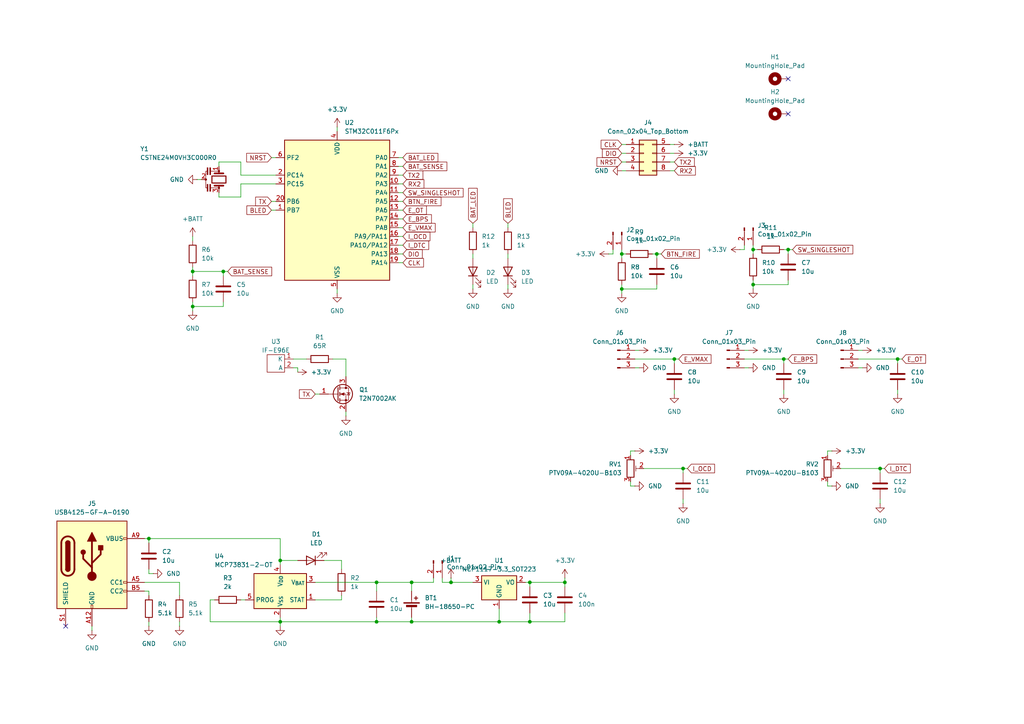
<source format=kicad_sch>
(kicad_sch (version 20250114) (generator "eeschema") (generator_version "9.0")
  (paper "A4")
  (lib_symbols
    (symbol "Battery_Management:MCP73831-2-OT"
      (property "Reference" "U" (at -7.62 6.35 0))
      (property "Value" "MCP73831-2-OT" (at 1.27 6.35 0))
      (symbol "MCP73831-2-OT_1_1"
        (pin input line (at -10.16 -2.54 0) (length 2.54) (name "PROG") (number "5"))
        (pin power_in line (at 0 7.62 270) (length 2.54) (name "V_{DD}") (number "4"))
        (pin power_in line (at 0 -7.62 90) (length 2.54) (name "V_{SS}") (number "2"))
        (pin power_out line (at 10.16 2.54 180) (length 2.54) (name "V_{BAT}") (number "3"))
        (pin tri_state line (at 10.16 -2.54 180) (length 2.54) (name "STAT") (number "1"))
      )
    )
    (symbol "Connector:Conn_01x02_Pin" (pin_names (offset 1.016) (hide yes))
      (property "Reference" "J" (at 0 2.54 0))
      (property "Value" "Conn_01x02_Pin" (at 0 -5.08 0))
      (symbol "Conn_01x02_Pin_1_1"
        (pin passive line (at 5.08 0 180) (length 3.81) (name "Pin_1") (number "1"))
        (pin passive line (at 5.08 -2.54 180) (length 3.81) (name "Pin_2") (number "2"))
      )
    )
    (symbol "Connector:Conn_01x03_Pin" (pin_names (offset 1.016) (hide yes))
      (property "Reference" "J" (at 0 5.08 0))
      (property "Value" "Conn_01x03_Pin" (at 0 -5.08 0))
      (symbol "Conn_01x03_Pin_1_1"
        (pin passive line (at 5.08 2.54 180) (length 3.81) (name "Pin_1") (number "1"))
        (pin passive line (at 5.08 0 180) (length 3.81) (name "Pin_2") (number "2"))
        (pin passive line (at 5.08 -2.54 180) (length 3.81) (name "Pin_3") (number "3"))
      )
    )
    (symbol "Connector:USB_C_Receptacle_PowerOnly_6P" (pin_names (offset 1.016))
      (property "Reference" "J" (at 0 16.51 0))
      (property "Value" "USB_C_Receptacle_PowerOnly_6P" (at 0 13.97 0))
      (symbol "USB_C_Receptacle_PowerOnly_6P_1_1"
        (pin passive line (at -7.62 -17.78 90) (length 5.08) (name "SHIELD") (number "S1"))
        (pin passive line (at 0 -17.78 90) (length 5.08) (name "GND") (number "A12"))
        (pin passive line (at 0 -17.78 90) (length 5.08) (hide yes) (name "GND") (number "B12"))
        (pin passive line (at 15.24 7.62 180) (length 5.08) (name "VBUS") (number "A9"))
        (pin passive line (at 15.24 7.62 180) (length 5.08) (hide yes) (name "VBUS") (number "B9"))
        (pin bidirectional line (at 15.24 -5.08 180) (length 5.08) (name "CC1") (number "A5"))
        (pin bidirectional line (at 15.24 -7.62 180) (length 5.08) (name "CC2") (number "B5"))
      )
    )
    (symbol "Connector_Generic:Conn_02x04_Top_Bottom" (pin_names (offset 1.016) (hide yes))
      (property "Reference" "J" (at 1.27 5.08 0))
      (property "Value" "Conn_02x04_Top_Bottom" (at 1.27 -7.62 0))
      (symbol "Conn_02x04_Top_Bottom_1_1"
        (pin passive line (at -5.08 2.54 0) (length 3.81) (name "Pin_1") (number "1"))
        (pin passive line (at -5.08 0 0) (length 3.81) (name "Pin_2") (number "2"))
        (pin passive line (at -5.08 -2.54 0) (length 3.81) (name "Pin_3") (number "3"))
        (pin passive line (at -5.08 -5.08 0) (length 3.81) (name "Pin_4") (number "4"))
        (pin passive line (at 7.62 2.54 180) (length 3.81) (name "Pin_5") (number "5"))
        (pin passive line (at 7.62 0 180) (length 3.81) (name "Pin_6") (number "6"))
        (pin passive line (at 7.62 -2.54 180) (length 3.81) (name "Pin_7") (number "7"))
        (pin passive line (at 7.62 -5.08 180) (length 3.81) (name "Pin_8") (number "8"))
      )
    )
    (symbol "Device:Battery_Cell" (pin_numbers (hide yes)) (pin_names (offset 0) (hide yes))
      (property "Reference" "BT" (at 2.54 2.54 0))
      (property "Value" "Battery_Cell" (at 2.54 0 0))
      (symbol "Battery_Cell_1_1"
        (pin passive line (at 0 5.08 270) (length 2.54) (name "+") (number "1"))
        (pin passive line (at 0 -2.54 90) (length 2.54) (name "-") (number "2"))
      )
    )
    (symbol "Device:C" (pin_numbers (hide yes)) (pin_names (offset 0.254))
      (property "Reference" "C" (at 0.635 2.54 0))
      (property "Value" "C" (at 0.635 -2.54 0))
      (symbol "C_1_1"
        (pin passive line (at 0 3.81 270) (length 2.794) (name "~") (number "1"))
        (pin passive line (at 0 -3.81 90) (length 2.794) (name "~") (number "2"))
      )
    )
    (symbol "Device:LED" (pin_numbers (hide yes)) (pin_names (offset 1.016) (hide yes))
      (property "Reference" "D" (at 0 2.54 0))
      (property "Value" "LED" (at 0 -2.54 0))
      (symbol "LED_1_1"
        (pin passive line (at -3.81 0 0) (length 2.54) (name "K") (number "1"))
        (pin passive line (at 3.81 0 180) (length 2.54) (name "A") (number "2"))
      )
    )
    (symbol "Device:R" (pin_numbers (hide yes)) (pin_names (offset 0))
      (property "Reference" "R" (at 2.032 0 90))
      (property "Value" "R" (at 0 0 90))
      (symbol "R_1_1"
        (pin passive line (at 0 3.81 270) (length 1.27) (name "~") (number "1"))
        (pin passive line (at 0 -3.81 90) (length 1.27) (name "~") (number "2"))
      )
    )
    (symbol "Device:R_Potentiometer_Trim" (pin_names (offset 1.016) (hide yes))
      (property "Reference" "RV" (at -4.445 0 90))
      (property "Value" "R_Potentiometer_Trim" (at -2.54 0 90))
      (symbol "R_Potentiometer_Trim_1_1"
        (pin passive line (at 0 3.81 270) (length 1.27) (name "1") (number "1"))
        (pin passive line (at 0 -3.81 90) (length 1.27) (name "3") (number "3"))
        (pin passive line (at 3.81 0 180) (length 1.27) (name "2") (number "2"))
      )
    )
    (symbol "Device:Resonator" (pin_names (offset 1.016) (hide yes))
      (property "Reference" "Y" (at 0 5.715 0))
      (property "Value" "Resonator" (at 0 3.81 0))
      (symbol "Resonator_1_1"
        (pin passive line (at -3.81 0 0) (length 1.27) (name "1") (number "1"))
        (pin passive line (at 0 -5.08 90) (length 1.27) (name "2") (number "2"))
        (pin passive line (at 3.81 0 180) (length 1.27) (name "3") (number "3"))
      )
    )
    (symbol "MCU_ST_STM32C0:STM32C011F6Px"
      (property "Reference" "U" (at -15.24 21.59 0))
      (property "Value" "STM32C011F6Px" (at 2.54 21.59 0))
      (symbol "STM32C011F6Px_1_1"
        (pin bidirectional line (at -17.78 15.24 0) (length 2.54) (name "PF2") (number "6"))
        (pin bidirectional line (at -17.78 10.16 0) (length 2.54) (name "PC14") (number "2"))
        (pin bidirectional line (at -17.78 7.62 0) (length 2.54) (name "PC15") (number "3"))
        (pin bidirectional line (at -17.78 2.54 0) (length 2.54) (name "PB6") (number "20"))
        (pin bidirectional line (at -17.78 0 0) (length 2.54) (name "PB7") (number "1"))
        (pin power_in line (at 0 22.86 270) (length 2.54) (name "VDD") (number "4"))
        (pin power_in line (at 0 -22.86 90) (length 2.54) (name "VSS") (number "5"))
        (pin bidirectional line (at 17.78 15.24 180) (length 2.54) (name "PA0") (number "7"))
        (pin bidirectional line (at 17.78 12.7 180) (length 2.54) (name "PA1") (number "8"))
        (pin bidirectional line (at 17.78 10.16 180) (length 2.54) (name "PA2") (number "9"))
        (pin bidirectional line (at 17.78 7.62 180) (length 2.54) (name "PA3") (number "10"))
        (pin bidirectional line (at 17.78 5.08 180) (length 2.54) (name "PA4") (number "11"))
        (pin bidirectional line (at 17.78 2.54 180) (length 2.54) (name "PA5") (number "12"))
        (pin bidirectional line (at 17.78 0 180) (length 2.54) (name "PA6") (number "13"))
        (pin bidirectional line (at 17.78 -2.54 180) (length 2.54) (name "PA7") (number "14"))
        (pin bidirectional line (at 17.78 -5.08 180) (length 2.54) (name "PA8") (number "15"))
        (pin bidirectional line (at 17.78 -7.62 180) (length 2.54) (name "PA9/PA11") (number "16"))
        (pin bidirectional line (at 17.78 -10.16 180) (length 2.54) (name "PA10/PA12") (number "17"))
        (pin bidirectional line (at 17.78 -12.7 180) (length 2.54) (name "PA13") (number "18"))
        (pin bidirectional line (at 17.78 -15.24 180) (length 2.54) (name "PA14") (number "19"))
      )
    )
    (symbol "Mechanical:MountingHole_Pad" (pin_numbers (hide yes)) (pin_names (offset 1.016) (hide yes)) (exclude_from_sim yes) (in_bom no)
      (property "Reference" "H" (at 0 6.35 0))
      (property "Value" "MountingHole_Pad" (at 0 4.445 0))
      (symbol "MountingHole_Pad_1_1"
        (pin input line (at 0 -2.54 90) (length 2.54) (name "1") (number "1"))
      )
    )
    (symbol "New_Library:IF-E96E"
      (property "Reference" "U" (at -1.524 2.032 0))
      (symbol "IF-E96E_1_1"
        (pin input line (at 2.54 0 180) (length 2.54) (name "K") (number "1"))
        (pin input line (at 2.54 -2.54 180) (length 2.54) (name "A") (number "2"))
      )
    )
    (symbol "Regulator_Linear:NCP1117-3.3_SOT223"
      (property "Reference" "U" (at -3.81 3.175 0))
      (property "Value" "NCP1117-3.3_SOT223" (at 0 3.175 0))
      (symbol "NCP1117-3.3_SOT223_1_1"
        (pin power_in line (at -7.62 0 0) (length 2.54) (name "VI") (number "3"))
        (pin power_in line (at 0 -7.62 90) (length 2.54) (name "GND") (number "1"))
        (pin power_out line (at 7.62 0 180) (length 2.54) (name "VO") (number "2"))
      )
    )
    (symbol "Transistor_FET:T2N7002AK" (pin_names (hide yes))
      (property "Reference" "Q" (at 5.08 1.905 0))
      (property "Value" "T2N7002AK" (at 5.08 0 0))
      (symbol "T2N7002AK_1_1"
        (pin input line (at -5.08 0 0) (length 2.54) (name "G") (number "1"))
        (pin passive line (at 2.54 5.08 270) (length 2.54) (name "D") (number "3"))
        (pin passive line (at 2.54 -5.08 90) (length 2.54) (name "S") (number "2"))
      )
    )
    (symbol "power:+3.3V" (power) (pin_numbers (hide yes)) (pin_names (offset 0) (hide yes))
      (property "Value" "+3.3V" (at 0 3.556 0))
      (symbol "+3.3V_1_1"
        (pin power_in line (at 0 0 90) (length 0) (name "~") (number "1"))
      )
    )
    (symbol "power:+BATT" (power) (pin_numbers (hide yes)) (pin_names (offset 0) (hide yes))
      (property "Value" "+BATT" (at 0 3.556 0))
      (symbol "+BATT_1_1"
        (pin power_in line (at 0 0 90) (length 0) (name "~") (number "1"))
      )
    )
    (symbol "power:GND" (power) (pin_numbers (hide yes)) (pin_names (offset 0) (hide yes))
      (property "Value" "GND" (at 0 -3.81 0))
      (symbol "GND_1_1"
        (pin power_in line (at 0 0 270) (length 0) (name "~") (number "1"))
      )
    )
  )
  (junction (at 130.81 168.91))
  (junction (at 64.77 78.74))
  (junction (at 119.38 168.91))
  (junction (at 228.6 72.39))
  (junction (at 218.44 72.39))
  (junction (at 81.28 162.56))
  (junction (at 153.67 180.34))
  (junction (at 190.5 73.66))
  (junction (at 218.44 82.55))
  (junction (at 195.58 104.14))
  (junction (at 81.28 180.34))
  (junction (at 163.83 168.91))
  (junction (at 227.33 104.14))
  (junction (at 55.88 78.74))
  (junction (at 109.22 180.34))
  (junction (at 109.22 168.91))
  (junction (at 198.12 135.89))
  (junction (at 153.67 168.91))
  (junction (at 119.38 180.34))
  (junction (at 43.18 156.21))
  (junction (at 260.35 104.14))
  (junction (at 255.27 135.89))
  (junction (at 180.34 73.66))
  (junction (at 144.78 180.34))
  (junction (at 180.34 83.82))
  (junction (at 55.88 88.9))
  (no_connect (at 228.6 33.02))
  (no_connect (at 228.6 22.86))
  (no_connect (at 19.05 181.61))
  (wire (pts (xy 227.33 72.39) (xy 228.6 72.39)))
  (wire (pts (xy 260.35 104.14) (xy 260.35 105.41)))
  (wire (pts (xy 260.35 104.14) (xy 261.62 104.14)))
  (wire (pts (xy 215.9 106.68) (xy 217.17 106.68)))
  (wire (pts (xy 55.88 78.74) (xy 55.88 77.47)))
  (wire (pts (xy 43.18 180.34) (xy 43.18 181.61)))
  (wire (pts (xy 184.15 106.68) (xy 185.42 106.68)))
  (wire (pts (xy 119.38 180.34) (xy 109.22 180.34)))
  (wire (pts (xy 69.85 46.99) (xy 69.85 50.8)))
  (wire (pts (xy 180.34 83.82) (xy 190.5 83.82)))
  (wire (pts (xy 248.92 106.68) (xy 250.19 106.68)))
  (wire (pts (xy 69.85 50.8) (xy 80.01 50.8)))
  (wire (pts (xy 228.6 82.55) (xy 228.6 81.28)))
  (wire (pts (xy 109.22 179.07) (xy 109.22 180.34)))
  (wire (pts (xy 182.88 130.81) (xy 184.15 130.81)))
  (wire (pts (xy 243.84 135.89) (xy 255.27 135.89)))
  (wire (pts (xy 214.63 72.39) (xy 215.9 72.39)))
  (wire (pts (xy 119.38 168.91) (xy 125.73 168.91)))
  (wire (pts (xy 190.5 73.66) (xy 191.77 73.66)))
  (wire (pts (xy 109.22 180.34) (xy 81.28 180.34)))
  (wire (pts (xy 255.27 144.78) (xy 255.27 146.05)))
  (wire (pts (xy 115.57 71.12) (xy 116.84 71.12)))
  (wire (pts (xy 60.96 180.34) (xy 81.28 180.34)))
  (wire (pts (xy 96.52 104.14) (xy 100.33 104.14)))
  (wire (pts (xy 43.18 156.21) (xy 81.28 156.21)))
  (wire (pts (xy 137.16 73.66) (xy 137.16 74.93)))
  (wire (pts (xy 69.85 53.34) (xy 80.01 53.34)))
  (wire (pts (xy 109.22 168.91) (xy 109.22 171.45)))
  (wire (pts (xy 147.32 82.55) (xy 147.32 83.82)))
  (wire (pts (xy 78.74 45.72) (xy 80.01 45.72)))
  (wire (pts (xy 153.67 170.18) (xy 153.67 168.91)))
  (wire (pts (xy 115.57 76.2) (xy 116.84 76.2)))
  (wire (pts (xy 100.33 104.14) (xy 100.33 109.22)))
  (wire (pts (xy 52.07 168.91) (xy 52.07 172.72)))
  (wire (pts (xy 163.83 167.64) (xy 163.83 168.91)))
  (wire (pts (xy 218.44 81.28) (xy 218.44 82.55)))
  (wire (pts (xy 240.03 130.81) (xy 241.3 130.81)))
  (wire (pts (xy 43.18 171.45) (xy 43.18 172.72)))
  (wire (pts (xy 198.12 135.89) (xy 199.39 135.89)))
  (wire (pts (xy 147.32 64.77) (xy 147.32 66.04)))
  (wire (pts (xy 91.44 173.99) (xy 99.06 173.99)))
  (wire (pts (xy 55.88 88.9) (xy 64.77 88.9)))
  (wire (pts (xy 144.78 176.53) (xy 144.78 180.34)))
  (wire (pts (xy 119.38 179.07) (xy 119.38 180.34)))
  (wire (pts (xy 130.81 168.91) (xy 137.16 168.91)))
  (wire (pts (xy 184.15 104.14) (xy 195.58 104.14)))
  (wire (pts (xy 81.28 162.56) (xy 81.28 163.83)))
  (wire (pts (xy 194.31 46.99) (xy 195.58 46.99)))
  (wire (pts (xy 218.44 71.12) (xy 218.44 72.39)))
  (wire (pts (xy 228.6 72.39) (xy 229.87 72.39)))
  (wire (pts (xy 128.27 167.64) (xy 128.27 168.91)))
  (wire (pts (xy 97.79 83.82) (xy 97.79 85.09)))
  (wire (pts (xy 182.88 130.81) (xy 182.88 132.08)))
  (wire (pts (xy 260.35 113.03) (xy 260.35 114.3)))
  (wire (pts (xy 69.85 53.34) (xy 69.85 57.15)))
  (wire (pts (xy 228.6 72.39) (xy 228.6 73.66)))
  (wire (pts (xy 137.16 82.55) (xy 137.16 83.82)))
  (wire (pts (xy 115.57 53.34) (xy 116.84 53.34)))
  (wire (pts (xy 180.34 73.66) (xy 181.61 73.66)))
  (wire (pts (xy 78.74 60.96) (xy 80.01 60.96)))
  (wire (pts (xy 86.36 106.68) (xy 86.36 107.95)))
  (wire (pts (xy 163.83 170.18) (xy 163.83 168.91)))
  (wire (pts (xy 215.9 104.14) (xy 227.33 104.14)))
  (wire (pts (xy 218.44 72.39) (xy 218.44 73.66)))
  (wire (pts (xy 190.5 73.66) (xy 190.5 74.93)))
  (wire (pts (xy 177.8 72.39) (xy 177.8 73.66)))
  (wire (pts (xy 144.78 180.34) (xy 119.38 180.34)))
  (wire (pts (xy 195.58 104.14) (xy 196.85 104.14)))
  (wire (pts (xy 43.18 156.21) (xy 43.18 157.48)))
  (wire (pts (xy 119.38 171.45) (xy 119.38 168.91)))
  (wire (pts (xy 85.09 104.14) (xy 88.9 104.14)))
  (wire (pts (xy 81.28 179.07) (xy 81.28 180.34)))
  (wire (pts (xy 137.16 64.77) (xy 137.16 66.04)))
  (wire (pts (xy 195.58 104.14) (xy 195.58 105.41)))
  (wire (pts (xy 144.78 180.34) (xy 153.67 180.34)))
  (wire (pts (xy 180.34 72.39) (xy 180.34 73.66)))
  (wire (pts (xy 43.18 166.37) (xy 44.45 166.37)))
  (wire (pts (xy 41.91 168.91) (xy 52.07 168.91)))
  (wire (pts (xy 63.5 48.26) (xy 63.5 46.99)))
  (wire (pts (xy 180.34 46.99) (xy 181.61 46.99)))
  (wire (pts (xy 85.09 106.68) (xy 86.36 106.68)))
  (wire (pts (xy 186.69 135.89) (xy 198.12 135.89)))
  (wire (pts (xy 176.53 73.66) (xy 177.8 73.66)))
  (wire (pts (xy 43.18 165.1) (xy 43.18 166.37)))
  (wire (pts (xy 194.31 49.53) (xy 195.58 49.53)))
  (wire (pts (xy 91.44 114.3) (xy 92.71 114.3)))
  (wire (pts (xy 240.03 139.7) (xy 240.03 140.97)))
  (wire (pts (xy 115.57 68.58) (xy 116.84 68.58)))
  (wire (pts (xy 109.22 168.91) (xy 91.44 168.91)))
  (wire (pts (xy 63.5 46.99) (xy 69.85 46.99)))
  (wire (pts (xy 115.57 50.8) (xy 116.84 50.8)))
  (wire (pts (xy 81.28 180.34) (xy 81.28 181.61)))
  (wire (pts (xy 119.38 168.91) (xy 109.22 168.91)))
  (wire (pts (xy 153.67 168.91) (xy 163.83 168.91)))
  (wire (pts (xy 163.83 180.34) (xy 153.67 180.34)))
  (wire (pts (xy 115.57 58.42) (xy 116.84 58.42)))
  (wire (pts (xy 97.79 36.83) (xy 97.79 38.1)))
  (wire (pts (xy 180.34 41.91) (xy 181.61 41.91)))
  (wire (pts (xy 115.57 66.04) (xy 116.84 66.04)))
  (wire (pts (xy 180.34 49.53) (xy 181.61 49.53)))
  (wire (pts (xy 180.34 83.82) (xy 180.34 85.09)))
  (wire (pts (xy 52.07 180.34) (xy 52.07 181.61)))
  (wire (pts (xy 63.5 55.88) (xy 63.5 57.15)))
  (wire (pts (xy 240.03 130.81) (xy 240.03 132.08)))
  (wire (pts (xy 57.15 52.07) (xy 58.42 52.07)))
  (wire (pts (xy 115.57 48.26) (xy 116.84 48.26)))
  (wire (pts (xy 60.96 173.99) (xy 60.96 180.34)))
  (wire (pts (xy 64.77 78.74) (xy 55.88 78.74)))
  (wire (pts (xy 69.85 173.99) (xy 71.12 173.99)))
  (wire (pts (xy 180.34 82.55) (xy 180.34 83.82)))
  (wire (pts (xy 255.27 135.89) (xy 256.54 135.89)))
  (wire (pts (xy 41.91 171.45) (xy 43.18 171.45)))
  (wire (pts (xy 184.15 101.6) (xy 185.42 101.6)))
  (wire (pts (xy 26.67 181.61) (xy 26.67 182.88)))
  (wire (pts (xy 198.12 144.78) (xy 198.12 146.05)))
  (wire (pts (xy 130.81 167.64) (xy 130.81 168.91)))
  (wire (pts (xy 115.57 73.66) (xy 116.84 73.66)))
  (wire (pts (xy 198.12 135.89) (xy 198.12 137.16)))
  (wire (pts (xy 227.33 113.03) (xy 227.33 114.3)))
  (wire (pts (xy 64.77 80.01) (xy 64.77 78.74)))
  (wire (pts (xy 215.9 101.6) (xy 217.17 101.6)))
  (wire (pts (xy 215.9 71.12) (xy 215.9 72.39)))
  (wire (pts (xy 64.77 88.9) (xy 64.77 87.63)))
  (wire (pts (xy 194.31 41.91) (xy 195.58 41.91)))
  (wire (pts (xy 64.77 78.74) (xy 66.04 78.74)))
  (wire (pts (xy 78.74 58.42) (xy 80.01 58.42)))
  (wire (pts (xy 227.33 104.14) (xy 227.33 105.41)))
  (wire (pts (xy 180.34 73.66) (xy 180.34 74.93)))
  (wire (pts (xy 218.44 82.55) (xy 228.6 82.55)))
  (wire (pts (xy 115.57 45.72) (xy 116.84 45.72)))
  (wire (pts (xy 128.27 168.91) (xy 130.81 168.91)))
  (wire (pts (xy 218.44 82.55) (xy 218.44 83.82)))
  (wire (pts (xy 99.06 162.56) (xy 99.06 165.1)))
  (wire (pts (xy 194.31 44.45) (xy 195.58 44.45)))
  (wire (pts (xy 55.88 87.63) (xy 55.88 88.9)))
  (wire (pts (xy 115.57 60.96) (xy 116.84 60.96)))
  (wire (pts (xy 190.5 83.82) (xy 190.5 82.55)))
  (wire (pts (xy 62.23 173.99) (xy 60.96 173.99)))
  (wire (pts (xy 55.88 68.58) (xy 55.88 69.85)))
  (wire (pts (xy 218.44 72.39) (xy 219.71 72.39)))
  (wire (pts (xy 86.36 162.56) (xy 81.28 162.56)))
  (wire (pts (xy 93.98 162.56) (xy 99.06 162.56)))
  (wire (pts (xy 41.91 156.21) (xy 43.18 156.21)))
  (wire (pts (xy 115.57 63.5) (xy 116.84 63.5)))
  (wire (pts (xy 227.33 104.14) (xy 228.6 104.14)))
  (wire (pts (xy 55.88 88.9) (xy 55.88 90.17)))
  (wire (pts (xy 182.88 139.7) (xy 182.88 140.97)))
  (wire (pts (xy 81.28 156.21) (xy 81.28 162.56)))
  (wire (pts (xy 99.06 173.99) (xy 99.06 172.72)))
  (wire (pts (xy 248.92 104.14) (xy 260.35 104.14)))
  (wire (pts (xy 195.58 113.03) (xy 195.58 114.3)))
  (wire (pts (xy 163.83 177.8) (xy 163.83 180.34)))
  (wire (pts (xy 115.57 55.88) (xy 116.84 55.88)))
  (wire (pts (xy 240.03 140.97) (xy 241.3 140.97)))
  (wire (pts (xy 152.4 168.91) (xy 153.67 168.91)))
  (wire (pts (xy 55.88 78.74) (xy 55.88 80.01)))
  (wire (pts (xy 182.88 140.97) (xy 184.15 140.97)))
  (wire (pts (xy 100.33 119.38) (xy 100.33 120.65)))
  (wire (pts (xy 69.85 57.15) (xy 63.5 57.15)))
  (wire (pts (xy 153.67 177.8) (xy 153.67 180.34)))
  (wire (pts (xy 189.23 73.66) (xy 190.5 73.66)))
  (wire (pts (xy 147.32 73.66) (xy 147.32 74.93)))
  (wire (pts (xy 248.92 101.6) (xy 250.19 101.6)))
  (wire (pts (xy 255.27 135.89) (xy 255.27 137.16)))
  (wire (pts (xy 180.34 44.45) (xy 181.61 44.45)))
  (wire (pts (xy 125.73 167.64) (xy 125.73 168.91)))
  (global_label "DIO" (shape input) (at 180.34 44.45 180) (property "Intersheetrefs" "${INTERSHEET_REFS}" (effects (hide yes))))
  (global_label "BLED" (shape input) (at 147.32 64.77 90) (property "Intersheetrefs" "${INTERSHEET_REFS}" (effects (hide yes))))
  (global_label "RX2" (shape input) (at 195.58 49.53 0) (property "Intersheetrefs" "${INTERSHEET_REFS}" (effects (hide yes))))
  (global_label "NRST" (shape input) (at 78.74 45.72 180) (property "Intersheetrefs" "${INTERSHEET_REFS}" (effects (hide yes))))
  (global_label "BAT_LED" (shape input) (at 116.84 45.72 0) (property "Intersheetrefs" "${INTERSHEET_REFS}" (effects (hide yes))))
  (global_label "DIO" (shape input) (at 116.84 73.66 0) (property "Intersheetrefs" "${INTERSHEET_REFS}" (effects (hide yes))))
  (global_label "I_OCD" (shape input) (at 199.39 135.89 0) (property "Intersheetrefs" "${INTERSHEET_REFS}" (effects (hide yes))))
  (global_label "TX" (shape input) (at 78.74 58.42 180) (property "Intersheetrefs" "${INTERSHEET_REFS}" (effects (hide yes))))
  (global_label "CLK" (shape input) (at 180.34 41.91 180) (property "Intersheetrefs" "${INTERSHEET_REFS}" (effects (hide yes))))
  (global_label "BTN_FIRE" (shape input) (at 116.84 58.42 0) (property "Intersheetrefs" "${INTERSHEET_REFS}" (effects (hide yes))))
  (global_label "E_VMAX" (shape input) (at 116.84 66.04 0) (property "Intersheetrefs" "${INTERSHEET_REFS}" (effects (hide yes))))
  (global_label "BAT_LED" (shape input) (at 137.16 64.77 90) (property "Intersheetrefs" "${INTERSHEET_REFS}" (effects (hide yes))))
  (global_label "BAT_SENSE" (shape input) (at 66.04 78.74 0) (property "Intersheetrefs" "${INTERSHEET_REFS}" (effects (hide yes))))
  (global_label "CLK" (shape input) (at 116.84 76.2 0) (property "Intersheetrefs" "${INTERSHEET_REFS}" (effects (hide yes))))
  (global_label "NRST" (shape input) (at 180.34 46.99 180) (property "Intersheetrefs" "${INTERSHEET_REFS}" (effects (hide yes))))
  (global_label "TX" (shape input) (at 91.44 114.3 180) (property "Intersheetrefs" "${INTERSHEET_REFS}" (effects (hide yes))))
  (global_label "BTN_FIRE" (shape input) (at 191.77 73.66 0) (property "Intersheetrefs" "${INTERSHEET_REFS}" (effects (hide yes))))
  (global_label "SW_SINGLESHOT" (shape input) (at 229.87 72.39 0) (property "Intersheetrefs" "${INTERSHEET_REFS}" (effects (hide yes))))
  (global_label "E_BPS" (shape input) (at 228.6 104.14 0) (property "Intersheetrefs" "${INTERSHEET_REFS}" (effects (hide yes))))
  (global_label "I_DTC" (shape input) (at 256.54 135.89 0) (property "Intersheetrefs" "${INTERSHEET_REFS}" (effects (hide yes))))
  (global_label "BLED" (shape input) (at 78.74 60.96 180) (property "Intersheetrefs" "${INTERSHEET_REFS}" (effects (hide yes))))
  (global_label "E_VMAX" (shape input) (at 196.85 104.14 0) (property "Intersheetrefs" "${INTERSHEET_REFS}" (effects (hide yes))))
  (global_label "I_OCD" (shape input) (at 116.84 68.58 0) (property "Intersheetrefs" "${INTERSHEET_REFS}" (effects (hide yes))))
  (global_label "SW_SINGLESHOT" (shape input) (at 116.84 55.88 0) (property "Intersheetrefs" "${INTERSHEET_REFS}" (effects (hide yes))))
  (global_label "E_BPS" (shape input) (at 116.84 63.5 0) (property "Intersheetrefs" "${INTERSHEET_REFS}" (effects (hide yes))))
  (global_label "I_DTC" (shape input) (at 116.84 71.12 0) (property "Intersheetrefs" "${INTERSHEET_REFS}" (effects (hide yes))))
  (global_label "TX2" (shape input) (at 116.84 50.8 0) (property "Intersheetrefs" "${INTERSHEET_REFS}" (effects (hide yes))))
  (global_label "TX2" (shape input) (at 195.58 46.99 0) (property "Intersheetrefs" "${INTERSHEET_REFS}" (effects (hide yes))))
  (global_label "E_OT" (shape input) (at 116.84 60.96 0) (property "Intersheetrefs" "${INTERSHEET_REFS}" (effects (hide yes))))
  (global_label "RX2" (shape input) (at 116.84 53.34 0) (property "Intersheetrefs" "${INTERSHEET_REFS}" (effects (hide yes))))
  (global_label "E_OT" (shape input) (at 261.62 104.14 0) (property "Intersheetrefs" "${INTERSHEET_REFS}" (effects (hide yes))))
  (global_label "BAT_SENSE" (shape input) (at 116.84 48.26 0) (property "Intersheetrefs" "${INTERSHEET_REFS}" (effects (hide yes))))
  (symbol (lib_id "Connector:Conn_01x03_Pin") (at 179.07 104.14 0) (unit 1)
    (property "Reference" "J6" (at 179.705 96.52 0))
    (property "Value" "Conn_01x03_Pin" (at 179.705 99.06 0))
    (property "Footprint" "Connector_Molex:Molex_KK-254_AE-6410-03A_1x03_P2.54mm_Vertical" (effects (hide yes)))
    (property "Description" "Generic connector, single row, 01x03, script generated" (effects (hide yes)))
  )
  (symbol (lib_id "Device:LED") (at 137.16 78.74 90) (unit 1)
    (property "Reference" "D2" (at 140.97 79.0574 90) (effects (justify right)))
    (property "Value" "LED" (at 140.97 81.5974 90) (effects (justify right)))
    (property "Footprint" "LED_SMD:LED_0805_2012Metric" (effects (hide yes)))
    (property "Description" "Light emitting diode" (effects (hide yes)))
    (property "Sim.Pins" "1=K 2=A" (effects (hide yes)))
  )
  (symbol (lib_id "Device:C") (at 109.22 175.26 0) (unit 1)
    (property "Reference" "C1" (at 113.03 173.9899 0) (effects (justify left)))
    (property "Value" "10u" (at 113.03 176.5299 0) (effects (justify left)))
    (property "Footprint" "Capacitor_SMD:C_0805_2012Metric" (effects (hide yes)))
    (property "Description" "Unpolarized capacitor" (effects (hide yes)))
  )
  (symbol (lib_id "power:+3.3V") (at 250.19 101.6 270) (unit 1)
    (property "Reference" "#PWR031" (effects (hide yes)))
    (property "Value" "+3.3V" (at 254 101.5999 90) (effects (justify left)))
    (property "Description" "Power symbol creates a global label with name \"+3.3V\"" (effects (hide yes)))
  )
  (symbol (lib_id "Device:LED") (at 90.17 162.56 180) (unit 1)
    (property "Reference" "D1" (at 91.7575 154.94 0))
    (property "Value" "LED" (at 91.7575 157.48 0))
    (property "Footprint" "LED_SMD:LED_0805_2012Metric" (effects (hide yes)))
    (property "Description" "Light emitting diode" (effects (hide yes)))
    (property "Sim.Pins" "1=K 2=A" (effects (hide yes)))
  )
  (symbol (lib_id "power:+3.3V") (at 97.79 36.83 0) (unit 1)
    (property "Reference" "#PWR03" (effects (hide yes)))
    (property "Value" "+3.3V" (at 97.79 31.75 0))
    (property "Description" "Power symbol creates a global label with name \"+3.3V\"" (effects (hide yes)))
  )
  (symbol (lib_id "Connector:Conn_01x02_Pin") (at 218.44 66.04 270) (unit 1)
    (property "Reference" "J3" (at 219.71 65.4049 90) (effects (justify left)))
    (property "Value" "Conn_01x02_Pin" (at 219.71 67.9449 90) (effects (justify left)))
    (property "Footprint" "Connector_Molex:Molex_KK-254_AE-6410-02A_1x02_P2.54mm_Vertical" (effects (hide yes)))
    (property "Description" "Generic connector, single row, 01x02, script generated" (effects (hide yes)))
  )
  (symbol (lib_id "power:GND") (at 180.34 85.09 0) (unit 1)
    (property "Reference" "#PWR022" (effects (hide yes)))
    (property "Value" "GND" (at 180.34 90.17 0))
    (property "Description" "Power symbol creates a global label with name \"GND\" , ground" (effects (hide yes)))
  )
  (symbol (lib_id "Device:C") (at 255.27 140.97 0) (unit 1)
    (property "Reference" "C12" (at 259.08 139.6999 0) (effects (justify left)))
    (property "Value" "10u" (at 259.08 142.2399 0) (effects (justify left)))
    (property "Footprint" "Capacitor_SMD:C_0805_2012Metric" (effects (hide yes)))
    (property "Description" "Unpolarized capacitor" (effects (hide yes)))
  )
  (symbol (lib_id "MCU_ST_STM32C0:STM32C011F6Px") (at 97.79 60.96 0) (unit 1)
    (property "Reference" "U2" (at 99.9333 35.56 0) (effects (justify left)))
    (property "Value" "STM32C011F6Px" (at 99.9333 38.1 0) (effects (justify left)))
    (property "Footprint" "Package_SO:TSSOP-20_4.4x6.5mm_P0.65mm" (effects (hide yes)))
    (property "Datasheet" "https://www.st.com/resource/en/datasheet/stm32c011f6.pdf" (effects (hide yes)))
    (property "Description" "STMicroelectronics Arm Cortex-M0+ MCU, 32KB flash, 6KB RAM, 48 MHz, 2.0-3.6V, 18 GPIO, TSSOP20" (effects (hide yes)))
  )
  (symbol (lib_id "power:GND") (at 250.19 106.68 90) (unit 1)
    (property "Reference" "#PWR032" (effects (hide yes)))
    (property "Value" "GND" (at 254 106.6799 90) (effects (justify right)))
    (property "Description" "Power symbol creates a global label with name \"GND\" , ground" (effects (hide yes)))
  )
  (symbol (lib_id "Device:R") (at 55.88 83.82 180) (unit 1)
    (property "Reference" "R7" (at 58.42 82.5499 0) (effects (justify right)))
    (property "Value" "10k" (at 58.42 85.0899 0) (effects (justify right)))
    (property "Footprint" "Resistor_SMD:R_0805_2012Metric" (effects (hide yes)))
    (property "Description" "Resistor" (effects (hide yes)))
  )
  (symbol (lib_id "power:GND") (at 43.18 181.61 0) (unit 1)
    (property "Reference" "#PWR017" (effects (hide yes)))
    (property "Value" "GND" (at 43.18 186.69 0))
    (property "Description" "Power symbol creates a global label with name \"GND\" , ground" (effects (hide yes)))
  )
  (symbol (lib_id "Device:C") (at 198.12 140.97 0) (unit 1)
    (property "Reference" "C11" (at 201.93 139.6999 0) (effects (justify left)))
    (property "Value" "10u" (at 201.93 142.2399 0) (effects (justify left)))
    (property "Footprint" "Capacitor_SMD:C_0805_2012Metric" (effects (hide yes)))
    (property "Description" "Unpolarized capacitor" (effects (hide yes)))
  )
  (symbol (lib_id "power:+3.3V") (at 214.63 72.39 90) (unit 1)
    (property "Reference" "#PWR023" (effects (hide yes)))
    (property "Value" "+3.3V" (at 210.82 72.3899 90) (effects (justify left)))
    (property "Description" "Power symbol creates a global label with name \"+3.3V\"" (effects (hide yes)))
  )
  (symbol (lib_id "power:GND") (at 198.12 146.05 0) (unit 1)
    (property "Reference" "#PWR036" (effects (hide yes)))
    (property "Value" "GND" (at 198.12 151.13 0))
    (property "Description" "Power symbol creates a global label with name \"GND\" , ground" (effects (hide yes)))
  )
  (symbol (lib_id "Connector_Generic:Conn_02x04_Top_Bottom") (at 186.69 44.45 0) (unit 1)
    (property "Reference" "J4" (at 187.96 35.56 0))
    (property "Value" "Conn_02x04_Top_Bottom" (at 187.96 38.1 0))
    (property "Footprint" "Connector_PinHeader_2.54mm:PinHeader_2x04_P2.54mm_Vertical" (effects (hide yes)))
    (property "Description" "Generic connector, double row, 02x04, top/bottom pin numbering scheme (row 1: 1...pins_per_row, row2: pins_per_row+1 ... num_pins), script generated (kicad-library-utils/schlib/autogen/connector/)" (effects (hide yes)))
  )
  (symbol (lib_id "Battery_Management:MCP73831-2-OT") (at 81.28 171.45 0) (unit 1)
    (property "Reference" "U4" (at 62.23 161.29 0) (effects (justify left)))
    (property "Value" "MCP73831-2-OT" (at 62.23 163.83 0) (effects (justify left)))
    (property "Footprint" "Package_TO_SOT_SMD:SOT-23-5" (effects (hide yes)))
    (property "Datasheet" "http://ww1.microchip.com/downloads/en/DeviceDoc/20001984g.pdf" (effects (hide yes)))
    (property "Description" "Single cell, Li-Ion/Li-Po charge management controller, 4.20V, Tri-State Status Output, in SOT23-5 package" (effects (hide yes)))
  )
  (symbol (lib_id "Mechanical:MountingHole_Pad") (at 226.06 22.86 90) (unit 1) (exclude_from_sim yes) (in_bom no)
    (property "Reference" "H1" (at 224.79 16.51 90))
    (property "Value" "MountingHole_Pad" (at 224.79 19.05 90))
    (property "Footprint" "MountingHole:MountingHole_2.7mm_M2.5_Pad_Via" (effects (hide yes)))
    (property "Description" "Mounting Hole with connection" (effects (hide yes)))
  )
  (symbol (lib_id "Device:R_Potentiometer_Trim") (at 182.88 135.89 0) (unit 1)
    (property "Reference" "RV1" (at 180.34 134.6199 0) (effects (justify right)))
    (property "Value" "PTV09A-4020U-B103" (at 180.34 137.1599 0) (effects (justify right)))
    (property "Footprint" "Potentiometer_THT:Potentiometer_Bourns_PTV09A-1_Single_Vertical" (effects (hide yes)))
    (property "Description" "Trim-potentiometer" (effects (hide yes)))
  )
  (symbol (lib_id "Device:C") (at 190.5 78.74 0) (unit 1)
    (property "Reference" "C6" (at 194.31 77.4699 0) (effects (justify left)))
    (property "Value" "10u" (at 194.31 80.0099 0) (effects (justify left)))
    (property "Footprint" "Capacitor_SMD:C_0805_2012Metric" (effects (hide yes)))
    (property "Description" "Unpolarized capacitor" (effects (hide yes)))
  )
  (symbol (lib_id "power:+3.3V") (at 176.53 73.66 90) (unit 1)
    (property "Reference" "#PWR021" (effects (hide yes)))
    (property "Value" "+3.3V" (at 172.72 73.6599 90) (effects (justify left)))
    (property "Description" "Power symbol creates a global label with name \"+3.3V\"" (effects (hide yes)))
  )
  (symbol (lib_id "Device:C") (at 163.83 173.99 0) (unit 1)
    (property "Reference" "C4" (at 167.64 172.7199 0) (effects (justify left)))
    (property "Value" "100n" (at 167.64 175.2599 0) (effects (justify left)))
    (property "Footprint" "Capacitor_SMD:C_0805_2012Metric" (effects (hide yes)))
    (property "Description" "Unpolarized capacitor" (effects (hide yes)))
  )
  (symbol (lib_id "Device:R") (at 99.06 168.91 0) (unit 1)
    (property "Reference" "R2" (at 101.6 167.6399 0) (effects (justify left)))
    (property "Value" "1k" (at 101.6 170.1799 0) (effects (justify left)))
    (property "Footprint" "Resistor_SMD:R_0805_2012Metric" (effects (hide yes)))
    (property "Description" "Resistor" (effects (hide yes)))
  )
  (symbol (lib_id "power:GND") (at 57.15 52.07 270) (unit 1)
    (property "Reference" "#PWR01" (effects (hide yes)))
    (property "Value" "GND" (at 53.34 52.0699 90) (effects (justify right)))
    (property "Description" "Power symbol creates a global label with name \"GND\" , ground" (effects (hide yes)))
  )
  (symbol (lib_id "power:GND") (at 44.45 166.37 90) (unit 1)
    (property "Reference" "#PWR019" (effects (hide yes)))
    (property "Value" "GND" (at 48.26 166.3699 90) (effects (justify right)))
    (property "Description" "Power symbol creates a global label with name \"GND\" , ground" (effects (hide yes)))
  )
  (symbol (lib_id "power:+BATT") (at 195.58 41.91 270) (unit 1)
    (property "Reference" "#PWR014" (effects (hide yes)))
    (property "Value" "+BATT" (at 199.39 41.9099 90) (effects (justify left)))
    (property "Description" "Power symbol creates a global label with name \"+BATT\"" (effects (hide yes)))
  )
  (symbol (lib_id "power:GND") (at 55.88 90.17 0) (unit 1)
    (property "Reference" "#PWR06" (effects (hide yes)))
    (property "Value" "GND" (at 55.88 95.25 0))
    (property "Description" "Power symbol creates a global label with name \"GND\" , ground" (effects (hide yes)))
  )
  (symbol (lib_id "Device:LED") (at 147.32 78.74 90) (unit 1)
    (property "Reference" "D3" (at 151.13 79.0574 90) (effects (justify right)))
    (property "Value" "LED" (at 151.13 81.5974 90) (effects (justify right)))
    (property "Footprint" "LED_SMD:LED_0805_2012Metric" (effects (hide yes)))
    (property "Description" "Light emitting diode" (effects (hide yes)))
    (property "Sim.Pins" "1=K 2=A" (effects (hide yes)))
  )
  (symbol (lib_id "power:+3.3V") (at 163.83 167.64 0) (unit 1)
    (property "Reference" "#PWR015" (effects (hide yes)))
    (property "Value" "+3.3V" (at 163.83 162.56 0))
    (property "Description" "Power symbol creates a global label with name \"+3.3V\"" (effects (hide yes)))
  )
  (symbol (lib_id "Regulator_Linear:NCP1117-3.3_SOT223") (at 144.78 168.91 0) (unit 1)
    (property "Reference" "U1" (at 144.78 162.56 0))
    (property "Value" "NCP1117-3.3_SOT223" (at 144.78 165.1 0))
    (property "Footprint" "Package_TO_SOT_SMD:SOT-223-3_TabPin2" (effects (hide yes)))
    (property "Datasheet" "http://www.onsemi.com/pub_link/Collateral/NCP1117-D.PDF" (effects (hide yes)))
    (property "Description" "1A Low drop-out regulator, Fixed Output 3.3V, SOT-223" (effects (hide yes)))
  )
  (symbol (lib_id "New_Library:IF-E96E") (at 82.55 104.14 0) (unit 1)
    (property "Reference" "U3" (at 80.01 99.06 0))
    (property "Value" "IF-E96E" (at 80.01 101.6 0))
    (property "Footprint" "Library:IF-E96E" (effects (hide yes)))
  )
  (symbol (lib_id "power:GND") (at 185.42 106.68 90) (unit 1)
    (property "Reference" "#PWR026" (effects (hide yes)))
    (property "Value" "GND" (at 189.23 106.6799 90) (effects (justify right)))
    (property "Description" "Power symbol creates a global label with name \"GND\" , ground" (effects (hide yes)))
  )
  (symbol (lib_id "Mechanical:MountingHole_Pad") (at 226.06 33.02 90) (unit 1) (exclude_from_sim yes) (in_bom no)
    (property "Reference" "H2" (at 224.79 26.67 90))
    (property "Value" "MountingHole_Pad" (at 224.79 29.21 90))
    (property "Footprint" "MountingHole:MountingHole_2.7mm_M2.5_Pad_Via" (effects (hide yes)))
    (property "Description" "Mounting Hole with connection" (effects (hide yes)))
  )
  (symbol (lib_id "Device:C") (at 228.6 77.47 0) (unit 1)
    (property "Reference" "C7" (at 232.41 76.1999 0) (effects (justify left)))
    (property "Value" "10u" (at 232.41 78.7399 0) (effects (justify left)))
    (property "Footprint" "Capacitor_SMD:C_0805_2012Metric" (effects (hide yes)))
    (property "Description" "Unpolarized capacitor" (effects (hide yes)))
  )
  (symbol (lib_id "power:+3.3V") (at 195.58 44.45 270) (unit 1)
    (property "Reference" "#PWR012" (effects (hide yes)))
    (property "Value" "+3.3V" (at 199.39 44.4499 90) (effects (justify left)))
    (property "Description" "Power symbol creates a global label with name \"+3.3V\"" (effects (hide yes)))
  )
  (symbol (lib_id "Device:R") (at 185.42 73.66 90) (unit 1)
    (property "Reference" "R9" (at 185.42 67.31 90))
    (property "Value" "1k" (at 185.42 69.85 90))
    (property "Footprint" "Resistor_SMD:R_0805_2012Metric" (effects (hide yes)))
    (property "Description" "Resistor" (effects (hide yes)))
  )
  (symbol (lib_id "power:GND") (at 255.27 146.05 0) (unit 1)
    (property "Reference" "#PWR039" (effects (hide yes)))
    (property "Value" "GND" (at 255.27 151.13 0))
    (property "Description" "Power symbol creates a global label with name \"GND\" , ground" (effects (hide yes)))
  )
  (symbol (lib_id "Connector:Conn_01x03_Pin") (at 243.84 104.14 0) (unit 1)
    (property "Reference" "J8" (at 244.475 96.52 0))
    (property "Value" "Conn_01x03_Pin" (at 244.475 99.06 0))
    (property "Footprint" "Connector_Molex:Molex_KK-254_AE-6410-03A_1x03_P2.54mm_Vertical" (effects (hide yes)))
    (property "Description" "Generic connector, single row, 01x03, script generated" (effects (hide yes)))
  )
  (symbol (lib_id "Device:R") (at 218.44 77.47 180) (unit 1)
    (property "Reference" "R10" (at 220.98 76.1999 0) (effects (justify right)))
    (property "Value" "10k" (at 220.98 78.7399 0) (effects (justify right)))
    (property "Footprint" "Resistor_SMD:R_0805_2012Metric" (effects (hide yes)))
    (property "Description" "Resistor" (effects (hide yes)))
  )
  (symbol (lib_id "power:GND") (at 218.44 83.82 0) (unit 1)
    (property "Reference" "#PWR024" (effects (hide yes)))
    (property "Value" "GND" (at 218.44 88.9 0))
    (property "Description" "Power symbol creates a global label with name \"GND\" , ground" (effects (hide yes)))
  )
  (symbol (lib_id "Device:R") (at 180.34 78.74 180) (unit 1)
    (property "Reference" "R8" (at 182.88 77.4699 0) (effects (justify right)))
    (property "Value" "10k" (at 182.88 80.0099 0) (effects (justify right)))
    (property "Footprint" "Resistor_SMD:R_0805_2012Metric" (effects (hide yes)))
    (property "Description" "Resistor" (effects (hide yes)))
  )
  (symbol (lib_id "Connector:Conn_01x02_Pin") (at 180.34 67.31 270) (unit 1)
    (property "Reference" "J2" (at 181.61 66.6749 90) (effects (justify left)))
    (property "Value" "Conn_01x02_Pin" (at 181.61 69.2149 90) (effects (justify left)))
    (property "Footprint" "Connector_Molex:Molex_KK-254_AE-6410-02A_1x02_P2.54mm_Vertical" (effects (hide yes)))
    (property "Description" "Generic connector, single row, 01x02, script generated" (effects (hide yes)))
  )
  (symbol (lib_id "power:+3.3V") (at 184.15 130.81 270) (unit 1)
    (property "Reference" "#PWR034" (effects (hide yes)))
    (property "Value" "+3.3V" (at 187.96 130.8099 90) (effects (justify left)))
    (property "Description" "Power symbol creates a global label with name \"+3.3V\"" (effects (hide yes)))
  )
  (symbol (lib_id "Device:C") (at 43.18 161.29 0) (unit 1)
    (property "Reference" "C2" (at 46.99 160.0199 0) (effects (justify left)))
    (property "Value" "10u" (at 46.99 162.5599 0) (effects (justify left)))
    (property "Footprint" "Capacitor_SMD:C_0805_2012Metric" (effects (hide yes)))
    (property "Description" "Unpolarized capacitor" (effects (hide yes)))
  )
  (symbol (lib_id "power:GND") (at 227.33 114.3 0) (unit 1)
    (property "Reference" "#PWR030" (effects (hide yes)))
    (property "Value" "GND" (at 227.33 119.38 0))
    (property "Description" "Power symbol creates a global label with name \"GND\" , ground" (effects (hide yes)))
  )
  (symbol (lib_id "power:GND") (at 52.07 181.61 0) (unit 1)
    (property "Reference" "#PWR018" (effects (hide yes)))
    (property "Value" "GND" (at 52.07 186.69 0))
    (property "Description" "Power symbol creates a global label with name \"GND\" , ground" (effects (hide yes)))
  )
  (symbol (lib_id "power:+3.3V") (at 217.17 101.6 270) (unit 1)
    (property "Reference" "#PWR028" (effects (hide yes)))
    (property "Value" "+3.3V" (at 220.98 101.5999 90) (effects (justify left)))
    (property "Description" "Power symbol creates a global label with name \"+3.3V\"" (effects (hide yes)))
  )
  (symbol (lib_id "Connector:USB_C_Receptacle_PowerOnly_6P") (at 26.67 163.83 0) (unit 1)
    (property "Reference" "J5" (at 26.67 146.05 0))
    (property "Value" "USB4125-GF-A-0190" (at 26.67 148.59 0))
    (property "Footprint" "Connector_USB:USB_C_Receptacle_GCT_USB4125-xx-x-0190_6P_TopMnt_Horizontal" (effects (hide yes)))
    (property "Datasheet" "https://www.usb.org/sites/default/files/documents/usb_type-c.zip" (effects (hide yes)))
    (property "Description" "USB Power-Only 6P Type-C Receptacle connector" (effects (hide yes)))
  )
  (symbol (lib_id "power:GND") (at 260.35 114.3 0) (unit 1)
    (property "Reference" "#PWR033" (effects (hide yes)))
    (property "Value" "GND" (at 260.35 119.38 0))
    (property "Description" "Power symbol creates a global label with name \"GND\" , ground" (effects (hide yes)))
  )
  (symbol (lib_id "Device:R_Potentiometer_Trim") (at 240.03 135.89 0) (unit 1)
    (property "Reference" "RV2" (at 237.49 134.6199 0) (effects (justify right)))
    (property "Value" "PTV09A-4020U-B103" (at 237.49 137.1599 0) (effects (justify right)))
    (property "Footprint" "Potentiometer_THT:Potentiometer_Bourns_PTV09A-1_Single_Vertical" (effects (hide yes)))
    (property "Description" "Trim-potentiometer" (effects (hide yes)))
  )
  (symbol (lib_id "power:GND") (at 195.58 114.3 0) (unit 1)
    (property "Reference" "#PWR027" (effects (hide yes)))
    (property "Value" "GND" (at 195.58 119.38 0))
    (property "Description" "Power symbol creates a global label with name \"GND\" , ground" (effects (hide yes)))
  )
  (symbol (lib_id "power:GND") (at 26.67 182.88 0) (unit 1)
    (property "Reference" "#PWR016" (effects (hide yes)))
    (property "Value" "GND" (at 26.67 187.96 0))
    (property "Description" "Power symbol creates a global label with name \"GND\" , ground" (effects (hide yes)))
  )
  (symbol (lib_id "Connector:Conn_01x03_Pin") (at 210.82 104.14 0) (unit 1)
    (property "Reference" "J7" (at 211.455 96.52 0))
    (property "Value" "Conn_01x03_Pin" (at 211.455 99.06 0))
    (property "Footprint" "Connector_Molex:Molex_KK-254_AE-6410-03A_1x03_P2.54mm_Vertical" (effects (hide yes)))
    (property "Description" "Generic connector, single row, 01x03, script generated" (effects (hide yes)))
  )
  (symbol (lib_id "power:GND") (at 241.3 140.97 90) (unit 1)
    (property "Reference" "#PWR038" (effects (hide yes)))
    (property "Value" "GND" (at 245.11 140.9699 90) (effects (justify right)))
    (property "Description" "Power symbol creates a global label with name \"GND\" , ground" (effects (hide yes)))
  )
  (symbol (lib_id "Device:C") (at 260.35 109.22 0) (unit 1)
    (property "Reference" "C10" (at 264.16 107.9499 0) (effects (justify left)))
    (property "Value" "10u" (at 264.16 110.4899 0) (effects (justify left)))
    (property "Footprint" "Capacitor_SMD:C_0805_2012Metric" (effects (hide yes)))
    (property "Description" "Unpolarized capacitor" (effects (hide yes)))
  )
  (symbol (lib_id "power:GND") (at 184.15 140.97 90) (unit 1)
    (property "Reference" "#PWR035" (effects (hide yes)))
    (property "Value" "GND" (at 187.96 140.9699 90) (effects (justify right)))
    (property "Description" "Power symbol creates a global label with name \"GND\" , ground" (effects (hide yes)))
  )
  (symbol (lib_id "Device:R") (at 52.07 176.53 0) (unit 1)
    (property "Reference" "R5" (at 54.61 175.2599 0) (effects (justify left)))
    (property "Value" "5.1k" (at 54.61 177.7999 0) (effects (justify left)))
    (property "Footprint" "Resistor_SMD:R_0805_2012Metric" (effects (hide yes)))
    (property "Description" "Resistor" (effects (hide yes)))
  )
  (symbol (lib_id "power:+3.3V") (at 241.3 130.81 270) (unit 1)
    (property "Reference" "#PWR037" (effects (hide yes)))
    (property "Value" "+3.3V" (at 245.11 130.8099 90) (effects (justify left)))
    (property "Description" "Power symbol creates a global label with name \"+3.3V\"" (effects (hide yes)))
  )
  (symbol (lib_id "Device:R") (at 43.18 176.53 0) (unit 1)
    (property "Reference" "R4" (at 45.72 175.2599 0) (effects (justify left)))
    (property "Value" "5.1k" (at 45.72 177.7999 0) (effects (justify left)))
    (property "Footprint" "Resistor_SMD:R_0805_2012Metric" (effects (hide yes)))
    (property "Description" "Resistor" (effects (hide yes)))
  )
  (symbol (lib_id "Connector:Conn_01x02_Pin") (at 128.27 162.56 270) (unit 1)
    (property "Reference" "J1" (at 129.54 161.9249 90) (effects (justify left)))
    (property "Value" "Conn_01x02_Pin" (at 129.54 164.4649 90) (effects (justify left)))
    (property "Footprint" "Connector_Molex:Molex_KK-254_AE-6410-02A_1x02_P2.54mm_Vertical" (effects (hide yes)))
    (property "Description" "Generic connector, single row, 01x02, script generated" (effects (hide yes)))
  )
  (symbol (lib_id "power:GND") (at 147.32 83.82 0) (unit 1)
    (property "Reference" "#PWR08" (effects (hide yes)))
    (property "Value" "GND" (at 147.32 88.9 0))
    (property "Description" "Power symbol creates a global label with name \"GND\" , ground" (effects (hide yes)))
  )
  (symbol (lib_id "Device:Battery_Cell") (at 119.38 176.53 0) (unit 1)
    (property "Reference" "BT1" (at 123.19 173.4184 0) (effects (justify left)))
    (property "Value" "BH-18650-PC" (at 123.19 175.9584 0) (effects (justify left)))
    (property "Footprint" "Battery:BatteryHolder_MPD_BH-18650-PC2" (effects (hide yes)))
    (property "Description" "Single-cell battery" (effects (hide yes)))
  )
  (symbol (lib_id "Device:C") (at 227.33 109.22 0) (unit 1)
    (property "Reference" "C9" (at 231.14 107.9499 0) (effects (justify left)))
    (property "Value" "10u" (at 231.14 110.4899 0) (effects (justify left)))
    (property "Footprint" "Capacitor_SMD:C_0805_2012Metric" (effects (hide yes)))
    (property "Description" "Unpolarized capacitor" (effects (hide yes)))
  )
  (symbol (lib_id "Device:C") (at 64.77 83.82 0) (unit 1)
    (property "Reference" "C5" (at 68.58 82.5499 0) (effects (justify left)))
    (property "Value" "10u" (at 68.58 85.0899 0) (effects (justify left)))
    (property "Footprint" "Capacitor_SMD:C_0805_2012Metric" (effects (hide yes)))
    (property "Description" "Unpolarized capacitor" (effects (hide yes)))
  )
  (symbol (lib_id "Transistor_FET:T2N7002AK") (at 97.79 114.3 0) (unit 1)
    (property "Reference" "Q1" (at 104.14 113.0299 0) (effects (justify left)))
    (property "Value" "T2N7002AK" (at 104.14 115.5699 0) (effects (justify left)))
    (property "Footprint" "Package_TO_SOT_SMD:SOT-23" (effects (hide yes)))
    (property "Datasheet" "https://toshiba.semicon-storage.com/info/docget.jsp?did=29712&prodName=T2N7002AK" (effects (hide yes)))
    (property "Description" "60V Vds, 0.2A Id, N-Channel MOSFET, SOT-23" (effects (hide yes)))
  )
  (symbol (lib_id "power:GND") (at 81.28 181.61 0) (unit 1)
    (property "Reference" "#PWR010" (effects (hide yes)))
    (property "Value" "GND" (at 81.28 186.69 0))
    (property "Description" "Power symbol creates a global label with name \"GND\" , ground" (effects (hide yes)))
  )
  (symbol (lib_id "power:GND") (at 217.17 106.68 90) (unit 1)
    (property "Reference" "#PWR029" (effects (hide yes)))
    (property "Value" "GND" (at 220.98 106.6799 90) (effects (justify right)))
    (property "Description" "Power symbol creates a global label with name \"GND\" , ground" (effects (hide yes)))
  )
  (symbol (lib_id "Device:Resonator") (at 63.5 52.07 270) (unit 1)
    (property "Reference" "Y1" (at 40.64 43.18 90) (effects (justify left)))
    (property "Value" "CSTNE24M0VH3C000R0" (at 40.64 45.72 90) (effects (justify left)))
    (property "Footprint" "Crystal:Resonator_SMD_Murata_CSTxExxV-3Pin_3.0x1.1mm" (effects (hide yes)))
    (property "Description" "Three pin ceramic resonator" (effects (hide yes)))
  )
  (symbol (lib_id "power:+3.3V") (at 86.36 107.95 270) (unit 1)
    (property "Reference" "#PWR04" (effects (hide yes)))
    (property "Value" "+3.3V" (at 90.17 107.9499 90) (effects (justify left)))
    (property "Description" "Power symbol creates a global label with name \"+3.3V\"" (effects (hide yes)))
  )
  (symbol (lib_id "Device:R") (at 223.52 72.39 90) (unit 1)
    (property "Reference" "R11" (at 223.52 66.04 90))
    (property "Value" "1k" (at 223.52 68.58 90))
    (property "Footprint" "Resistor_SMD:R_0805_2012Metric" (effects (hide yes)))
    (property "Description" "Resistor" (effects (hide yes)))
  )
  (symbol (lib_id "power:+BATT") (at 55.88 68.58 0) (unit 1)
    (property "Reference" "#PWR020" (effects (hide yes)))
    (property "Value" "+BATT" (at 55.88 63.5 0))
    (property "Description" "Power symbol creates a global label with name \"+BATT\"" (effects (hide yes)))
  )
  (symbol (lib_id "Device:R") (at 92.71 104.14 90) (unit 1)
    (property "Reference" "R1" (at 92.71 97.79 90))
    (property "Value" "65R" (at 92.71 100.33 90))
    (property "Footprint" "Resistor_SMD:R_0805_2012Metric" (effects (hide yes)))
    (property "Description" "Resistor" (effects (hide yes)))
  )
  (symbol (lib_id "Device:C") (at 153.67 173.99 0) (unit 1)
    (property "Reference" "C3" (at 157.48 172.7199 0) (effects (justify left)))
    (property "Value" "10u" (at 157.48 175.2599 0) (effects (justify left)))
    (property "Footprint" "Capacitor_SMD:C_0805_2012Metric" (effects (hide yes)))
    (property "Description" "Unpolarized capacitor" (effects (hide yes)))
  )
  (symbol (lib_id "power:GND") (at 97.79 85.09 0) (unit 1)
    (property "Reference" "#PWR02" (effects (hide yes)))
    (property "Value" "GND" (at 97.79 90.17 0))
    (property "Description" "Power symbol creates a global label with name \"GND\" , ground" (effects (hide yes)))
  )
  (symbol (lib_id "power:+3.3V") (at 185.42 101.6 270) (unit 1)
    (property "Reference" "#PWR025" (effects (hide yes)))
    (property "Value" "+3.3V" (at 189.23 101.5999 90) (effects (justify left)))
    (property "Description" "Power symbol creates a global label with name \"+3.3V\"" (effects (hide yes)))
  )
  (symbol (lib_id "power:GND") (at 100.33 120.65 0) (unit 1)
    (property "Reference" "#PWR05" (effects (hide yes)))
    (property "Value" "GND" (at 100.33 125.73 0))
    (property "Description" "Power symbol creates a global label with name \"GND\" , ground" (effects (hide yes)))
  )
  (symbol (lib_id "power:+BATT") (at 130.81 167.64 0) (unit 1)
    (property "Reference" "#PWR013" (effects (hide yes)))
    (property "Value" "+BATT" (at 130.81 162.56 0))
    (property "Description" "Power symbol creates a global label with name \"+BATT\"" (effects (hide yes)))
  )
  (symbol (lib_id "power:GND") (at 180.34 49.53 270) (unit 1)
    (property "Reference" "#PWR011" (effects (hide yes)))
    (property "Value" "GND" (at 176.53 49.5299 90) (effects (justify right)))
    (property "Description" "Power symbol creates a global label with name \"GND\" , ground" (effects (hide yes)))
  )
  (symbol (lib_id "Device:R") (at 55.88 73.66 180) (unit 1)
    (property "Reference" "R6" (at 58.42 72.3899 0) (effects (justify right)))
    (property "Value" "10k" (at 58.42 74.9299 0) (effects (justify right)))
    (property "Footprint" "Resistor_SMD:R_0805_2012Metric" (effects (hide yes)))
    (property "Description" "Resistor" (effects (hide yes)))
  )
  (symbol (lib_id "Device:R") (at 147.32 69.85 180) (unit 1)
    (property "Reference" "R13" (at 149.86 68.5799 0) (effects (justify right)))
    (property "Value" "1k" (at 149.86 71.1199 0) (effects (justify right)))
    (property "Footprint" "Resistor_SMD:R_0805_2012Metric" (effects (hide yes)))
    (property "Description" "Resistor" (effects (hide yes)))
  )
  (symbol (lib_id "power:GND") (at 137.16 83.82 0) (unit 1)
    (property "Reference" "#PWR07" (effects (hide yes)))
    (property "Value" "GND" (at 137.16 88.9 0))
    (property "Description" "Power symbol creates a global label with name \"GND\" , ground" (effects (hide yes)))
  )
  (symbol (lib_id "Device:R") (at 137.16 69.85 180) (unit 1)
    (property "Reference" "R12" (at 139.7 68.5799 0) (effects (justify right)))
    (property "Value" "1k" (at 139.7 71.1199 0) (effects (justify right)))
    (property "Footprint" "Resistor_SMD:R_0805_2012Metric" (effects (hide yes)))
    (property "Description" "Resistor" (effects (hide yes)))
  )
  (symbol (lib_id "Device:C") (at 195.58 109.22 0) (unit 1)
    (property "Reference" "C8" (at 199.39 107.9499 0) (effects (justify left)))
    (property "Value" "10u" (at 199.39 110.4899 0) (effects (justify left)))
    (property "Footprint" "Capacitor_SMD:C_0805_2012Metric" (effects (hide yes)))
    (property "Description" "Unpolarized capacitor" (effects (hide yes)))
  )
  (symbol (lib_id "Device:R") (at 66.04 173.99 90) (unit 1)
    (property "Reference" "R3" (at 66.04 167.64 90))
    (property "Value" "2k" (at 66.04 170.18 90))
    (property "Footprint" "Resistor_SMD:R_0805_2012Metric" (effects (hide yes)))
    (property "Description" "Resistor" (effects (hide yes)))
  )
)
</source>
